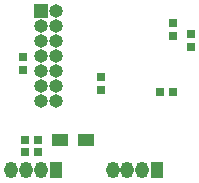
<source format=gbr>
G04 #@! TF.GenerationSoftware,KiCad,Pcbnew,(5.1.2)-2*
G04 #@! TF.CreationDate,2020-12-19T11:55:12-08:00*
G04 #@! TF.ProjectId,GrenadeConversion3,4772656e-6164-4654-936f-6e7665727369,rev?*
G04 #@! TF.SameCoordinates,Original*
G04 #@! TF.FileFunction,Soldermask,Bot*
G04 #@! TF.FilePolarity,Negative*
%FSLAX46Y46*%
G04 Gerber Fmt 4.6, Leading zero omitted, Abs format (unit mm)*
G04 Created by KiCad (PCBNEW (5.1.2)-2) date 2020-12-19 11:55:12*
%MOMM*%
%LPD*%
G04 APERTURE LIST*
%ADD10O,1.152400X1.152400*%
%ADD11R,1.152400X1.152400*%
%ADD12R,1.352400X1.052400*%
%ADD13O,1.102400X1.402400*%
%ADD14R,1.102400X1.402400*%
%ADD15R,0.652400X0.752400*%
%ADD16R,0.752400X0.652400*%
G04 APERTURE END LIST*
D10*
X109728000Y-98806000D03*
X108458000Y-98806000D03*
X109728000Y-97536000D03*
X108458000Y-97536000D03*
X109728000Y-96266000D03*
X108458000Y-96266000D03*
X109728000Y-94996000D03*
X108458000Y-94996000D03*
X109728000Y-93726000D03*
X108458000Y-93726000D03*
X109728000Y-92456000D03*
X108458000Y-92456000D03*
X109728000Y-91186000D03*
D11*
X108458000Y-91186000D03*
D12*
X112268000Y-102108000D03*
X110068000Y-102108000D03*
D13*
X114554000Y-104648000D03*
X115804000Y-104648000D03*
X117054000Y-104648000D03*
D14*
X118304000Y-104648000D03*
X109728000Y-104648000D03*
D13*
X108478000Y-104648000D03*
X107228000Y-104648000D03*
X105978000Y-104648000D03*
D15*
X119634000Y-93260000D03*
X119634000Y-92160000D03*
D16*
X119676000Y-98044000D03*
X118576000Y-98044000D03*
D15*
X113538000Y-96774000D03*
X113538000Y-97874000D03*
X121158000Y-93134000D03*
X121158000Y-94234000D03*
X106934000Y-96164400D03*
X106934000Y-95064400D03*
D16*
X108204000Y-102108000D03*
X107104000Y-102108000D03*
X107146000Y-103124000D03*
X108246000Y-103124000D03*
M02*

</source>
